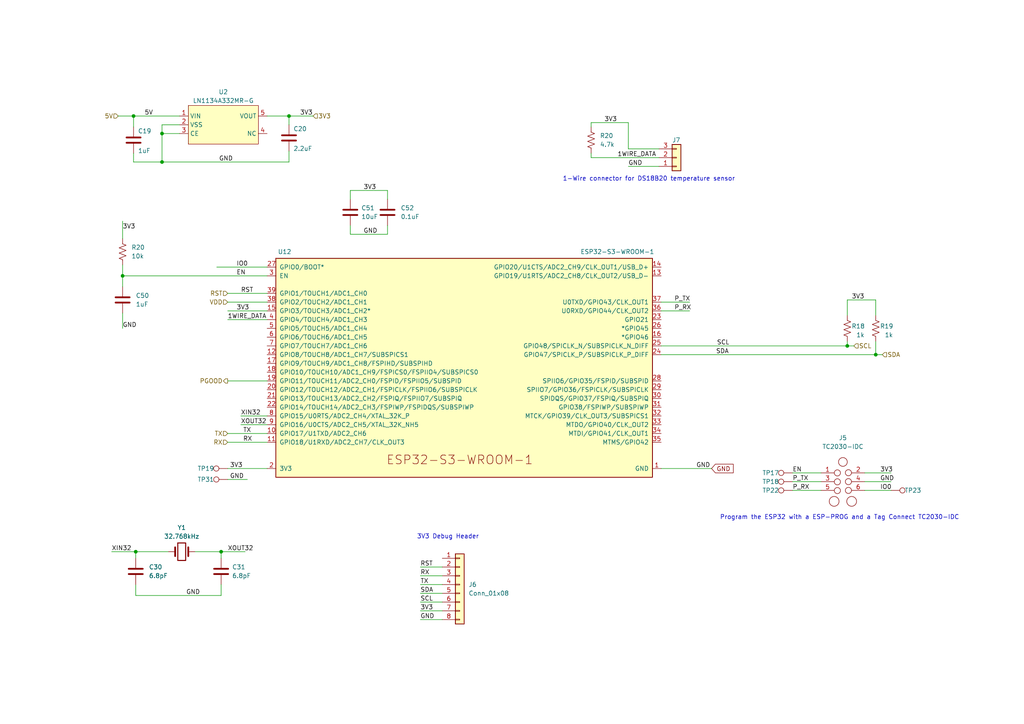
<source format=kicad_sch>
(kicad_sch (version 20230121) (generator eeschema)
  (paper "A4")
  (title_block (title "bitaxe, yo!") (date "2023-05-02") (rev "2.3"))
  (lib_symbols
    (symbol "Connector:TestPoint" (pin_numbers hide) (pin_names (offset 0.762) hide)
      (property "Reference" "TP" (at 0 6.858 0))
      (property "Value" "TestPoint" (at 0 5.08 0))
      (symbol "TestPoint_0_1"
        (circle (center 0 3.302) (radius 0.762))
      )
      (symbol "TestPoint_1_1"
        (pin passive line (at 0 0 90) (length 2.54) (name "1") (number "1"))
      )
    )
    (symbol "Connector_Generic:Conn_01x03" (pin_names (offset 1.016) hide)
      (property "Reference" "J" (at 0 5.08 0))
      (property "Value" "Conn_01x03" (at 0 -5.08 0))
      (symbol "Conn_01x03_1_1"
        (rectangle (start -1.27 -2.413) (end 0 -2.667) (stroke (width 0.1524)))
        (rectangle (start -1.27 0.127) (end 0 -0.127) (stroke (width 0.1524)))
        (rectangle (start -1.27 2.667) (end 0 2.413) (stroke (width 0.1524)))
        (rectangle (start -1.27 3.81) (end 1.27 -3.81) (stroke (width 0.254)) (fill (type background)))
        (pin passive line (at -5.08 2.54 0) (length 3.81) (name "Pin_1") (number "1"))
        (pin passive line (at -5.08 0 0) (length 3.81) (name "Pin_2") (number "2"))
        (pin passive line (at -5.08 -2.54 0) (length 3.81) (name "Pin_3") (number "3"))
      )
    )
    (symbol "Connector_Generic:Conn_01x08" (pin_names (offset 1.016) hide)
      (property "Reference" "J" (at 0 10.16 0))
      (property "Value" "Conn_01x08" (at 0 -12.7 0))
      (symbol "Conn_01x08_1_1"
        (rectangle (start -1.27 -10.033) (end 0 -10.287) (stroke (width 0.1524)))
        (rectangle (start -1.27 -7.493) (end 0 -7.747) (stroke (width 0.1524)))
        (rectangle (start -1.27 -4.953) (end 0 -5.207) (stroke (width 0.1524)))
        (rectangle (start -1.27 -2.413) (end 0 -2.667) (stroke (width 0.1524)))
        (rectangle (start -1.27 0.127) (end 0 -0.127) (stroke (width 0.1524)))
        (rectangle (start -1.27 2.667) (end 0 2.413) (stroke (width 0.1524)))
        (rectangle (start -1.27 5.207) (end 0 4.953) (stroke (width 0.1524)))
        (rectangle (start -1.27 7.747) (end 0 7.493) (stroke (width 0.1524)))
        (rectangle (start -1.27 8.89) (end 1.27 -11.43) (stroke (width 0.254)) (fill (type background)))
        (pin passive line (at -5.08 7.62 0) (length 3.81) (name "Pin_1") (number "1"))
        (pin passive line (at -5.08 5.08 0) (length 3.81) (name "Pin_2") (number "2"))
        (pin passive line (at -5.08 2.54 0) (length 3.81) (name "Pin_3") (number "3"))
        (pin passive line (at -5.08 0 0) (length 3.81) (name "Pin_4") (number "4"))
        (pin passive line (at -5.08 -2.54 0) (length 3.81) (name "Pin_5") (number "5"))
        (pin passive line (at -5.08 -5.08 0) (length 3.81) (name "Pin_6") (number "6"))
        (pin passive line (at -5.08 -7.62 0) (length 3.81) (name "Pin_7") (number "7"))
        (pin passive line (at -5.08 -10.16 0) (length 3.81) (name "Pin_8") (number "8"))
      )
    )
    (symbol "Device:C" (pin_numbers hide) (pin_names (offset 0.254))
      (property "Reference" "C" (at 0.635 2.54 0))
      (property "Value" "C" (at 0.635 -2.54 0))
      (symbol "C_0_1"
        (polyline (pts (xy -2.032 -0.762) (xy 2.032 -0.762)) (stroke (width 0.508)))
        (polyline (pts (xy -2.032 0.762) (xy 2.032 0.762)) (stroke (width 0.508)))
      )
      (symbol "C_1_1"
        (pin passive line (at 0 3.81 270) (length 2.794) (name "~") (number "1"))
        (pin passive line (at 0 -3.81 90) (length 2.794) (name "~") (number "2"))
      )
    )
    (symbol "Device:Crystal" (pin_numbers hide) (pin_names (offset 1.016) hide)
      (property "Reference" "Y" (at 0 3.81 0))
      (property "Value" "Crystal" (at 0 -3.81 0))
      (symbol "Crystal_0_1"
        (rectangle (start -1.143 2.54) (end 1.143 -2.54) (stroke (width 0.3048)))
        (polyline (pts (xy -2.54 0) (xy -1.905 0)))
        (polyline (pts (xy -1.905 -1.27) (xy -1.905 1.27)) (stroke (width 0.508)))
        (polyline (pts (xy 1.905 -1.27) (xy 1.905 1.27)) (stroke (width 0.508)))
        (polyline (pts (xy 2.54 0) (xy 1.905 0)))
      )
      (symbol "Crystal_1_1"
        (pin passive line (at -3.81 0 0) (length 1.27) (name "1") (number "1"))
        (pin passive line (at 3.81 0 180) (length 1.27) (name "2") (number "2"))
      )
    )
    (symbol "Device:R_US" (pin_numbers hide) (pin_names (offset 0))
      (property "Reference" "R" (at 2.54 0 90))
      (property "Value" "R_US" (at -2.54 0 90))
      (symbol "R_US_0_1"
        (polyline (pts (xy 0 -2.286) (xy 0 -2.54)))
        (polyline (pts (xy 0 2.286) (xy 0 2.54)))
        (polyline (pts (xy 0 -0.762) (xy 1.016 -1.143) (xy 0 -1.524) (xy -1.016 -1.905) (xy 0 -2.286)))
        (polyline (pts (xy 0 0.762) (xy 1.016 0.381) (xy 0 0) (xy -1.016 -0.381) (xy 0 -0.762)))
        (polyline (pts (xy 0 2.286) (xy 1.016 1.905) (xy 0 1.524) (xy -1.016 1.143) (xy 0 0.762)))
      )
      (symbol "R_US_1_1"
        (pin passive line (at 0 3.81 270) (length 1.27) (name "~") (number "1"))
        (pin passive line (at 0 -3.81 90) (length 1.27) (name "~") (number "2"))
      )
    )
    (symbol "Espressif:ESP32-S3-WROOM-1" (pin_names (offset 1.016))
      (property "Reference" "U" (at -53.34 38.1 0))
      (property "Value" "ESP32-S3-WROOM-1" (at -53.34 35.56 0))
      (symbol "ESP32-S3-WROOM-1_0_0"
        (rectangle (start -53.34 33.02) (end 55.88 -30.48) (stroke (width 0.254)) (fill (type background)))
        (text "ESP32-S3-WROOM-1" (at 0 -25.4 0) (effects (font (size 2.54 2.54))))
        (pin power_in line (at 58.42 -27.94 180) (length 2.54) (name "GND") (number "1"))
        (pin bidirectional line (at -55.88 -17.78 0) (length 2.54) (name "GPIO17/U1TXD/ADC2_CH6") (number "10"))
        (pin bidirectional line (at -55.88 -20.32 0) (length 2.54) (name "GPIO18/U1RXD/ADC2_CH7/CLK_OUT3") (number "11"))
        (pin bidirectional line (at -55.88 5.08 0) (length 2.54) (name "GPIO8/TOUCH8/ADC1_CH7/SUBSPICS1") (number "12"))
        (pin bidirectional line (at 58.42 27.94 180) (length 2.54) (name "GPIO19/U1RTS/ADC2_CH8/CLK_OUT2/USB_D-") (number "13"))
        (pin bidirectional line (at 58.42 30.48 180) (length 2.54) (name "GPIO20/U1CTS/ADC2_CH9/CLK_OUT1/USB_D+") (number "14"))
        (pin bidirectional line (at -55.88 17.78 0) (length 2.54) (name "GPIO3/TOUCH3/ADC1_CH2*") (number "15"))
        (pin bidirectional line (at 58.42 10.16 180) (length 2.54) (name "*GPIO46") (number "16"))
        (pin bidirectional line (at -55.88 2.54 0) (length 2.54) (name "GPIO9/TOUCH9/ADC1_CH8/FSPIHD/SUBSPIHD") (number "17"))
        (pin bidirectional line (at -55.88 0 0) (length 2.54) (name "GPIO10/TOUCH10/ADC1_CH9/FSPICS0/FSPIIO4/SUBSPICS0") (number "18"))
        (pin bidirectional line (at -55.88 -2.54 0) (length 2.54) (name "GPIO11/TOUCH11/ADC2_CH0/FSPID/FSPIIO5/SUBSPID") (number "19"))
        (pin power_in line (at -55.88 -27.94 0) (length 2.54) (name "3V3") (number "2"))
        (pin bidirectional line (at -55.88 -5.08 0) (length 2.54) (name "GPIO12/TOUCH12/ADC2_CH1/FSPICLK/FSPIIO6/SUBSPICLK") (number "20"))
        (pin bidirectional line (at -55.88 -7.62 0) (length 2.54) (name "GPIO13/TOUCH13/ADC2_CH2/FSPIQ/FSPIIO7/SUBSPIQ") (number "21"))
        (pin bidirectional line (at -55.88 -10.16 0) (length 2.54) (name "GPIO14/TOUCH14/ADC2_CH3/FSPIWP/FSPIDQS/SUBSPIWP") (number "22"))
        (pin bidirectional line (at 58.42 15.24 180) (length 2.54) (name "GPIO21") (number "23"))
        (pin bidirectional line (at 58.42 5.08 180) (length 2.54) (name "GPIO47/SPICLK_P/SUBSPICLK_P_DIFF") (number "24"))
        (pin bidirectional line (at 58.42 7.62 180) (length 2.54) (name "GPIO48/SPICLK_N/SUBSPICLK_N_DIFF") (number "25"))
        (pin bidirectional line (at 58.42 12.7 180) (length 2.54) (name "*GPIO45") (number "26"))
        (pin bidirectional line (at -55.88 30.48 0) (length 2.54) (name "GPIO0/BOOT*") (number "27"))
        (pin bidirectional line (at 58.42 -2.54 180) (length 2.54) (name "SPIIO6/GPIO35/FSPID/SUBSPID") (number "28"))
        (pin bidirectional line (at 58.42 -5.08 180) (length 2.54) (name "SPIIO7/GPIO36/FSPICLK/SUBSPICLK") (number "29"))
        (pin input line (at -55.88 27.94 0) (length 2.54) (name "EN") (number "3"))
        (pin bidirectional line (at 58.42 -7.62 180) (length 2.54) (name "SPIDQS/GPIO37/FSPIQ/SUBSPIQ") (number "30"))
        (pin bidirectional line (at 58.42 -10.16 180) (length 2.54) (name "GPIO38/FSPIWP/SUBSPIWP") (number "31"))
        (pin bidirectional line (at 58.42 -12.7 180) (length 2.54) (name "MTCK/GPIO39/CLK_OUT3/SUBSPICS1") (number "32"))
        (pin bidirectional line (at 58.42 -15.24 180) (length 2.54) (name "MTDO/GPIO40/CLK_OUT2") (number "33"))
        (pin bidirectional line (at 58.42 -17.78 180) (length 2.54) (name "MTDI/GPIO41/CLK_OUT1") (number "34"))
        (pin bidirectional line (at 58.42 -20.32 180) (length 2.54) (name "MTMS/GPIO42") (number "35"))
        (pin bidirectional line (at 58.42 17.78 180) (length 2.54) (name "U0RXD/GPIO44/CLK_OUT2") (number "36"))
        (pin bidirectional line (at 58.42 20.32 180) (length 2.54) (name "U0TXD/GPIO43/CLK_OUT1") (number "37"))
        (pin bidirectional line (at -55.88 20.32 0) (length 2.54) (name "GPIO2/TOUCH2/ADC1_CH1") (number "38"))
        (pin bidirectional line (at -55.88 22.86 0) (length 2.54) (name "GPIO1/TOUCH1/ADC1_CH0") (number "39"))
        (pin bidirectional line (at -55.88 15.24 0) (length 2.54) (name "GPIO4/TOUCH4/ADC1_CH3") (number "4"))
        (pin passive line (at 58.42 -27.94 180) (length 2.54) hide (name "GND") (number "40"))
        (pin passive line (at 58.42 -27.94 180) (length 2.54) hide (name "GND") (number "41"))
        (pin bidirectional line (at -55.88 12.7 0) (length 2.54) (name "GPIO5/TOUCH5/ADC1_CH4") (number "5"))
        (pin bidirectional line (at -55.88 10.16 0) (length 2.54) (name "GPIO6/TOUCH6/ADC1_CH5") (number "6"))
        (pin bidirectional line (at -55.88 7.62 0) (length 2.54) (name "GPIO7/TOUCH7/ADC1_CH6") (number "7"))
        (pin bidirectional line (at -55.88 -12.7 0) (length 2.54) (name "GPIO15/U0RTS/ADC2_CH4/XTAL_32K_P") (number "8"))
        (pin bidirectional line (at -55.88 -15.24 0) (length 2.54) (name "GPIO16/U0CTS/ADC2_CH5/XTAL_32K_NH5") (number "9"))
      )
    )
    (symbol "Espressif:TC2030-IDC-NL" (pin_names (offset 1.016) hide)
      (property "Reference" "J" (at 0 -8.89 0))
      (property "Value" "TC2030-IDC-NL" (at 0.635 -11.43 0))
      (symbol "TC2030-IDC-NL_0_1"
        (circle (center -2.54 -5.715) (radius 1.4224))
        (circle (center -1.6002 2.54) (radius 0.889))
        (circle (center 0 5.715) (radius 1.27))
      )
      (symbol "TC2030-IDC-NL_1_1"
        (circle (center -1.6002 -2.5908) (radius 0.889))
        (circle (center -1.6002 -0.0508) (radius 0.889))
        (circle (center 1.6002 -2.54) (radius 0.889))
        (circle (center 1.6002 0) (radius 0.889))
        (circle (center 1.6002 2.5908) (radius 0.889))
        (circle (center 2.54 -5.715) (radius 1.4224))
        (pin passive line (at -6.35 2.54 0) (length 3.81) (name "Pin_1") (number "1"))
        (pin passive line (at 6.35 2.54 180) (length 3.81) (name "Pin_2") (number "2"))
        (pin passive line (at -6.35 0 0) (length 3.81) (name "Pin_3") (number "3"))
        (pin passive line (at 6.35 0 180) (length 3.81) (name "Pin_4") (number "4"))
        (pin passive line (at -6.35 -2.54 0) (length 3.81) (name "Pin_5") (number "5"))
        (pin passive line (at 6.35 -2.54 180) (length 3.81) (name "Pin_6") (number "6"))
      )
    )
    (symbol "lcsc:LN1134A182MR-G"
      (property "Reference" "U" (at 0 7.62 0))
      (property "Value" "LN1134A182MR-G" (at 0 -7.62 0))
      (symbol "LN1134A182MR-G_0_1"
        (rectangle (start -10.16 5.59) (end 10.16 -5.59) (fill (type background)))
        (pin unspecified line (at -12.7 2.54 0) (length 2.54) (name "VIN") (number "1"))
        (pin unspecified line (at -12.7 0 0) (length 2.54) (name "VSS") (number "2"))
        (pin unspecified line (at -12.7 -2.54 0) (length 2.54) (name "CE") (number "3"))
        (pin unspecified line (at 12.7 -2.54 180) (length 2.54) (name "NC") (number "4"))
        (pin unspecified line (at 12.7 2.54 180) (length 2.54) (name "VOUT") (number "5"))
      )
    )
  )
  (junction (at 39.37 160.02))
  (junction (at 46.99 46.99))
  (junction (at 38.735 33.655))
  (junction (at 46.99 38.735))
  (junction (at 83.82 33.655))
  (junction (at 64.135 160.02))
  (junction (at 245.745 100.33))
  (junction (at 35.56 80.01))
  (junction (at 254 102.87))
  (wire (pts (xy 182.245 48.26) (xy 191.135 48.26)))
  (wire (pts (xy 121.92 172.085) (xy 128.27 172.085)))
  (wire (pts (xy 121.92 177.165) (xy 128.27 177.165)))
  (wire (pts (xy 101.6 55.245) (xy 101.6 57.785)))
  (wire (pts (xy 245.745 100.33) (xy 247.65 100.33)))
  (wire (pts (xy 77.47 33.655) (xy 83.82 33.655)))
  (wire (pts (xy 56.515 160.02) (xy 64.135 160.02)))
  (wire (pts (xy 38.735 44.45) (xy 38.735 46.99)))
  (wire (pts (xy 250.825 139.7) (xy 258.445 139.7)))
  (wire (pts (xy 254 99.06) (xy 254 102.87)))
  (wire (pts (xy 66.04 110.49) (xy 77.47 110.49)))
  (wire (pts (xy 112.395 67.945) (xy 101.6 67.945)))
  (wire (pts (xy 39.37 172.72) (xy 39.37 169.545)))
  (wire (pts (xy 250.825 137.16) (xy 258.445 137.16)))
  (wire (pts (xy 77.47 125.73) (xy 66.04 125.73)))
  (wire (pts (xy 112.395 65.405) (xy 112.395 67.945)))
  (wire (pts (xy 182.245 43.18) (xy 191.135 43.18)))
  (wire (pts (xy 35.56 76.835) (xy 35.56 80.01)))
  (wire (pts (xy 254 86.995) (xy 254 91.44)))
  (wire (pts (xy 35.56 90.805) (xy 35.56 95.25)))
  (wire (pts (xy 83.82 33.655) (xy 83.82 36.195)))
  (wire (pts (xy 245.745 86.995) (xy 245.745 91.44)))
  (wire (pts (xy 64.135 160.02) (xy 71.12 160.02)))
  (wire (pts (xy 69.85 120.65) (xy 77.47 120.65)))
  (wire (pts (xy 38.735 33.655) (xy 38.735 36.83)))
  (wire (pts (xy 77.47 85.09) (xy 66.04 85.09)))
  (wire (pts (xy 46.99 38.735) (xy 46.99 46.99)))
  (wire (pts (xy 62.865 77.47) (xy 77.47 77.47)))
  (wire (pts (xy 83.82 46.99) (xy 83.82 43.815)))
  (wire (pts (xy 32.385 160.02) (xy 39.37 160.02)))
  (wire (pts (xy 39.37 172.72) (xy 64.135 172.72)))
  (wire (pts (xy 39.37 160.02) (xy 39.37 161.925)))
  (wire (pts (xy 250.825 142.24) (xy 258.445 142.24)))
  (wire (pts (xy 46.99 46.99) (xy 83.82 46.99)))
  (wire (pts (xy 121.92 174.625) (xy 128.27 174.625)))
  (wire (pts (xy 69.85 123.19) (xy 77.47 123.19)))
  (wire (pts (xy 83.82 33.655) (xy 90.805 33.655)))
  (wire (pts (xy 245.745 86.995) (xy 254 86.995)))
  (wire (pts (xy 254 102.87) (xy 255.905 102.87)))
  (wire (pts (xy 191.77 90.17) (xy 200.025 90.17)))
  (wire (pts (xy 38.735 33.655) (xy 52.07 33.655)))
  (wire (pts (xy 77.47 128.27) (xy 66.04 128.27)))
  (wire (pts (xy 39.37 160.02) (xy 48.895 160.02)))
  (wire (pts (xy 229.87 142.24) (xy 238.125 142.24)))
  (wire (pts (xy 191.77 102.87) (xy 254 102.87)))
  (wire (pts (xy 35.56 64.135) (xy 35.56 69.215)))
  (wire (pts (xy 46.99 38.735) (xy 52.07 38.735)))
  (wire (pts (xy 182.245 35.56) (xy 182.245 43.18)))
  (wire (pts (xy 66.04 139.065) (xy 71.755 139.065)))
  (wire (pts (xy 171.45 35.56) (xy 182.245 35.56)))
  (wire (pts (xy 171.45 45.72) (xy 191.135 45.72)))
  (wire (pts (xy 35.56 80.01) (xy 35.56 83.185)))
  (wire (pts (xy 121.92 167.005) (xy 128.27 167.005)))
  (wire (pts (xy 121.92 169.545) (xy 128.27 169.545)))
  (wire (pts (xy 191.77 135.89) (xy 206.375 135.89)))
  (wire (pts (xy 229.87 139.7) (xy 238.125 139.7)))
  (wire (pts (xy 66.04 87.63) (xy 77.47 87.63)))
  (wire (pts (xy 101.6 67.945) (xy 101.6 65.405)))
  (wire (pts (xy 64.135 160.02) (xy 64.135 161.925)))
  (wire (pts (xy 66.04 92.71) (xy 77.47 92.71)))
  (wire (pts (xy 229.87 137.16) (xy 238.125 137.16)))
  (wire (pts (xy 191.77 100.33) (xy 245.745 100.33)))
  (wire (pts (xy 34.29 33.655) (xy 38.735 33.655)))
  (wire (pts (xy 171.45 36.83) (xy 171.45 35.56)))
  (wire (pts (xy 191.77 87.63) (xy 200.025 87.63)))
  (wire (pts (xy 121.92 179.705) (xy 128.27 179.705)))
  (wire (pts (xy 52.07 36.195) (xy 46.99 36.195)))
  (wire (pts (xy 46.99 36.195) (xy 46.99 38.735)))
  (wire (pts (xy 245.745 99.06) (xy 245.745 100.33)))
  (wire (pts (xy 64.135 169.545) (xy 64.135 172.72)))
  (wire (pts (xy 112.395 55.245) (xy 101.6 55.245)))
  (wire (pts (xy 35.56 80.01) (xy 77.47 80.01)))
  (wire (pts (xy 171.45 44.45) (xy 171.45 45.72)))
  (wire (pts (xy 121.92 164.465) (xy 128.27 164.465)))
  (wire (pts (xy 66.04 135.89) (xy 77.47 135.89)))
  (wire (pts (xy 112.395 57.785) (xy 112.395 55.245)))
  (wire (pts (xy 66.04 90.17) (xy 77.47 90.17)))
  (wire (pts (xy 38.735 46.99) (xy 46.99 46.99)))
  (text "1-Wire connector for DS18B20 temperature sensor" (at 163.195 52.705 0) (effects (font (size 1.27 1.27)) (justify left bottom)))
  (text "Program the ESP32 with a ESP-PROG and a Tag Connect TC2030-IDC" (at 208.788 150.876 0) (effects (font (size 1.27 1.27)) (justify left bottom)))
  (text "3V3 Debug Header" (at 120.904 156.464 0) (effects (font (size 1.27 1.27)) (justify left bottom)))
  (label "3V3" (at 175.26 35.56 0))
  (label "P_RX" (at 229.87 142.24 0))
  (label "RX" (at 121.92 167.005 0))
  (label "EN" (at 68.58 80.01 0))
  (label "RST" (at 121.92 164.465 0))
  (label "RST" (at 69.85 85.09 0))
  (label "SDA" (at 121.92 172.085 0))
  (label "P_TX" (at 229.87 139.7 0))
  (label "EN" (at 229.87 137.16 0))
  (label "XOUT32" (at 66.04 160.02 0))
  (label "P_RX" (at 195.58 90.17 0))
  (label "5V" (at 41.91 33.655 0))
  (label "GND" (at 105.41 67.945 0))
  (label "3V3" (at 66.675 135.89 0))
  (label "3V3" (at 247.015 86.995 0))
  (label "IO0" (at 68.58 77.47 0))
  (label "3V3" (at 86.995 33.655 0))
  (label "SDA" (at 207.645 102.87 0))
  (label "GND" (at 63.5 46.99 0))
  (label "GND" (at 66.675 139.065 0))
  (label "XIN32" (at 69.85 120.65 0))
  (label "TX" (at 70.485 125.73 0))
  (label "GND" (at 53.975 172.72 0))
  (label "3V3" (at 255.27 137.16 0))
  (label "IO0" (at 255.27 142.24 0))
  (label "SCL" (at 121.92 174.625 0))
  (label "SCL" (at 207.899 100.33 0))
  (label "XOUT32" (at 69.85 123.19 0))
  (label "XIN32" (at 32.385 160.02 0))
  (label "1WIRE_DATA" (at 179.07 45.72 0))
  (label "GND" (at 201.93 135.89 0))
  (label "TX" (at 121.92 169.545 0))
  (label "3V3" (at 105.41 55.245 0))
  (label "3V3" (at 121.92 177.165 0))
  (label "3V3" (at 35.56 66.675 0))
  (label "GND" (at 35.56 95.25 0))
  (label "P_TX" (at 195.58 87.63 0))
  (label "GND" (at 121.92 179.705 0))
  (label "GND" (at 255.27 139.7 0))
  (label "1WIRE_DATA" (at 66.04 92.71 0))
  (label "RX" (at 70.485 128.27 0))
  (label "3V3" (at 68.58 90.17 0))
  (label "GND" (at 182.245 48.26 0))
  (global_label "GND" (shape input) (at 206.375 135.89 0) (property "Intersheetrefs" "${INTERSHEET_REFS}" (effects hide)))
  (hierarchical_label "TX" (shape input) (at 66.04 125.73 180))
  (hierarchical_label "RX" (shape input) (at 66.04 128.27 180))
  (hierarchical_label "3V3" (shape input) (at 90.805 33.655 0))
  (hierarchical_label "SCL" (shape input) (at 247.65 100.33 0))
  (hierarchical_label "RST" (shape input) (at 66.04 85.09 180))
  (hierarchical_label "SDA" (shape input) (at 255.905 102.87 0))
  (hierarchical_label "PGOOD" (shape output) (at 66.04 110.49 180))
  (hierarchical_label "5V" (shape input) (at 34.29 33.655 180))
  (hierarchical_label "VDD" (shape input) (at 66.04 87.63 180))
  (symbol (lib_id "Device:R_US") (at 245.745 95.25 180) (unit 1)
    (property "Reference" "R18" (at 248.92 94.615 0))
    (property "Value" "1k" (at 249.555 97.155 0))
    (property "Footprint" "Resistor_SMD:R_0402_1005Metric" (effects hide))
    (property "DNP" "T" (effects hide))
  )
  (symbol (lib_id "Device:R_US") (at 171.45 40.64 0) (unit 1)
    (property "Reference" "R20" (at 173.99 39.3699 0) (effects (justify left)))
    (property "Value" "4.7k" (at 173.99 41.9099 0) (effects (justify left)))
    (property "Footprint" "Resistor_SMD:R_0402_1005Metric" (effects hide))
  )
  (symbol (lib_id "Device:C") (at 35.56 86.995 0) (unit 1)
    (property "Reference" "C50" (at 39.37 85.7249 0) (effects (justify left)))
    (property "Value" "1uF" (at 39.37 88.2649 0) (effects (justify left)))
    (property "Footprint" "Capacitor_SMD:C_0402_1005Metric" (effects hide))
    (property "DK" "587-5514-1-ND" (effects hide))
    (property "PARTNO" "EMK105BJ105MV-F" (effects hide))
  )
  (symbol (lib_id "Device:C") (at 39.37 165.735 0) (unit 1)
    (property "Reference" "C30" (at 43.18 164.4649 0) (effects (justify left)))
    (property "Value" "6.8pF" (at 43.18 167.0049 0) (effects (justify left)))
    (property "Footprint" "Capacitor_SMD:C_0402_1005Metric" (effects hide))
    (property "DK" "399-C0402C689C5GAC7867CT-ND" (effects hide))
    (property "PARTNO" "C0402C689C5GAC7867" (effects hide))
  )
  (symbol (lib_id "lcsc:LN1134A182MR-G") (at 64.77 36.195 0) (unit 1)
    (property "Reference" "U2" (at 64.77 26.67 0))
    (property "Value" "LN1134A332MR-G" (at 64.77 29.21 0))
    (property "Footprint" "lcsc:SOT-23-5_L3.0-W1.7-P0.95-LS2.8-BR" (effects hide))
    (property "Datasheet" "https://www.lcsc.com/product-detail/Linear-Voltage-Regulators-LDO_NATLINEAR-LN1134A332MR-G_C141419.html" (effects hide))
    (property "Manufacturer" "natlinear(南麟)" (effects hide))
    (property "LCSC Part" "C141419" (effects hide))
    (property "JLC Part" "Extended Part" (effects hide))
  )
  (symbol (lib_id "Device:C") (at 112.395 61.595 0) (unit 1)
    (property "Reference" "C52" (at 116.205 60.3249 0) (effects (justify left)))
    (property "Value" "0.1uF" (at 116.205 62.8649 0) (effects (justify left)))
    (property "Footprint" "Capacitor_SMD:C_0402_1005Metric" (effects hide))
    (property "DK" "1292-1639-1-ND" (effects hide))
    (property "PARTNO" "0402X104K100CT" (effects hide))
  )
  (symbol (lib_id "Device:R_US") (at 254 95.25 180) (unit 1)
    (property "Reference" "R19" (at 257.175 94.615 0))
    (property "Value" "1k" (at 257.81 97.155 0))
    (property "Footprint" "Resistor_SMD:R_0402_1005Metric" (effects hide))
    (property "DNP" "T" (effects hide))
  )
  (symbol (lib_id "Device:C") (at 64.135 165.735 0) (unit 1)
    (property "Reference" "C31" (at 67.31 164.4649 0) (effects (justify left)))
    (property "Value" "6.8pF" (at 67.31 167.0049 0) (effects (justify left)))
    (property "Footprint" "Capacitor_SMD:C_0402_1005Metric" (effects hide))
    (property "DK" "399-C0402C689C5GAC7867CT-ND" (effects hide))
    (property "PARTNO" "C0402C689C5GAC7867" (effects hide))
  )
  (symbol (lib_id "Connector_Generic:Conn_01x03") (at 196.215 45.72 0) (mirror x) (unit 1)
    (property "Reference" "J7" (at 194.945 40.64 0) (effects (justify left)))
    (property "Value" "Conn_01x03" (effects hide))
    (property "Footprint" "Connector_PinHeader_2.54mm:PinHeader_1x03_P2.54mm_Vertical" (effects hide))
  )
  (symbol (lib_id "Connector:TestPoint") (at 66.04 139.065 90) (mirror x) (unit 1)
    (property "Reference" "TP31" (at 59.69 139.065 90))
    (property "Value" "TestPoint" (effects hide))
    (property "Footprint" "TestPoint:TestPoint_Pad_D1.5mm" (effects hide))
    (property "DNP" "T" (effects hide))
  )
  (symbol (lib_id "Connector:TestPoint") (at 229.87 139.7 90) (mirror x) (unit 1)
    (property "Reference" "TP18" (at 223.52 139.7 90))
    (property "Value" "TestPoint" (effects hide))
    (property "Footprint" "TestPoint:TestPoint_Pad_D1.5mm" (effects hide))
    (property "DNP" "T" (effects hide))
  )
  (symbol (lib_id "Connector:TestPoint") (at 258.445 142.24 270) (mirror x) (unit 1)
    (property "Reference" "TP23" (at 264.795 142.24 90))
    (property "Value" "TestPoint" (effects hide))
    (property "Footprint" "TestPoint:TestPoint_Pad_D1.5mm" (effects hide))
    (property "DNP" "T" (effects hide))
  )
  (symbol (lib_id "Device:C") (at 38.735 40.64 0) (unit 1)
    (property "Reference" "C19" (at 40.005 38.735 0) (effects (justify left bottom)))
    (property "Value" "1uF" (at 40.005 44.45 0) (effects (justify left bottom)))
    (property "Footprint" "Capacitor_SMD:C_0402_1005Metric" (effects hide))
    (property "DK" "587-5514-1-ND" (effects hide))
    (property "PARTNO" "EMK105BJ105MV-F" (effects hide))
  )
  (symbol (lib_id "Device:R_US") (at 35.56 73.025 0) (unit 1)
    (property "Reference" "R20" (at 38.1 71.7549 0) (effects (justify left)))
    (property "Value" "10k" (at 38.1 74.2949 0) (effects (justify left)))
    (property "Footprint" "Resistor_SMD:R_0402_1005Metric" (effects hide))
    (property "DK" "311-10KJRCT-ND" (effects hide))
    (property "PARTNO" "RC0402JR-0710KL" (effects hide))
  )
  (symbol (lib_id "Espressif:TC2030-IDC-NL") (at 244.475 139.7 0) (unit 1)
    (property "Reference" "J5" (at 244.475 127 0))
    (property "Value" "TC2030-IDC" (at 244.475 129.54 0))
    (property "Footprint" "Connector:Tag-Connect_TC2030-IDC-NL_2x03_P1.27mm_Vertical" (effects hide))
    (property "DNP" "T" (effects hide))
  )
  (symbol (lib_id "Device:C") (at 101.6 61.595 0) (unit 1)
    (property "Reference" "C51" (at 104.775 60.3249 0) (effects (justify left)))
    (property "Value" "10uF" (at 104.775 62.8649 0) (effects (justify left)))
    (property "Footprint" "Capacitor_SMD:C_0805_2012Metric" (effects hide))
    (property "DK" "1276-1096-1-ND" (effects hide))
    (property "PARTNO" "CL21A106KOQNNNE" (effects hide))
  )
  (symbol (lib_id "Device:Crystal") (at 52.705 160.02 0) (unit 1)
    (property "Reference" "Y1" (at 52.705 153.035 0))
    (property "Value" "32.768kHz" (at 52.705 155.575 0))
    (property "Footprint" "bitaxe:SC32S-7PF20PPM" (effects hide))
    (property "Datasheet" "https://www.sii.co.jp/en/quartz/files/2013/03/SC-32S_Leaflet_e20151217.pdf" (effects hide))
    (property "DK" "728-1074-1-ND" (effects hide))
    (property "PARTNO" "SC32S-7PF20PPM" (effects hide))
  )
  (symbol (lib_id "Device:C") (at 83.82 40.005 0) (unit 1)
    (property "Reference" "C20" (at 85.09 38.1 0) (effects (justify left bottom)))
    (property "Value" "2.2uF" (at 85.09 43.815 0) (effects (justify left bottom)))
    (property "Footprint" "Capacitor_SMD:C_0402_1005Metric" (effects hide))
  )
  (symbol (lib_id "Connector:TestPoint") (at 66.04 135.89 90) (mirror x) (unit 1)
    (property "Reference" "TP19" (at 59.69 135.89 90))
    (property "Value" "TestPoint" (effects hide))
    (property "Footprint" "TestPoint:TestPoint_Pad_D1.5mm" (effects hide))
    (property "DNP" "T" (effects hide))
  )
  (symbol (lib_id "Connector:TestPoint") (at 229.87 137.16 90) (mirror x) (unit 1)
    (property "Reference" "TP17" (at 223.52 137.16 90))
    (property "Value" "TestPoint" (effects hide))
    (property "Footprint" "TestPoint:TestPoint_Pad_D1.5mm" (effects hide))
    (property "DNP" "T" (effects hide))
  )
  (symbol (lib_id "Connector_Generic:Conn_01x08") (at 133.35 169.545 0) (unit 1)
    (property "Reference" "J6" (at 135.89 169.5449 0) (effects (justify left)))
    (property "Value" "Conn_01x08" (at 135.89 172.0849 0) (effects (justify left)))
    (property "Footprint" "Connector_PinHeader_2.54mm:PinHeader_1x08_P2.54mm_Vertical" (effects hide))
    (property "DNP" "T" (effects hide))
  )
  (symbol (lib_id "Connector:TestPoint") (at 229.87 142.24 90) (mirror x) (unit 1)
    (property "Reference" "TP22" (at 223.52 142.24 90))
    (property "Value" "TestPoint" (effects hide))
    (property "Footprint" "TestPoint:TestPoint_Pad_D1.5mm" (effects hide))
    (property "DNP" "T" (effects hide))
  )
  (symbol (lib_id "Espressif:ESP32-S3-WROOM-1") (at 133.35 107.95 0) (unit 1)
    (property "Reference" "U12" (at 82.55 73.025 0))
    (property "Value" "ESP32-S3-WROOM-1" (at 179.07 73.025 0))
    (property "Footprint" "Espressif:ESP32-S3-WROOM-1U" (effects hide))
    (property "Datasheet" "https://www.espressif.com/sites/default/files/documentation/esp32-s3-wroom-1_wroom-1u_datasheet_en.pdf" (effects hide))
    (property "DK" "1965-ESP32-S3-WROOM-1-N16R8CT-ND" (effects hide))
    (property "PARTNO" "ESP32-S3-WROOM-1-N16R8" (effects hide))
  )
)
</source>
